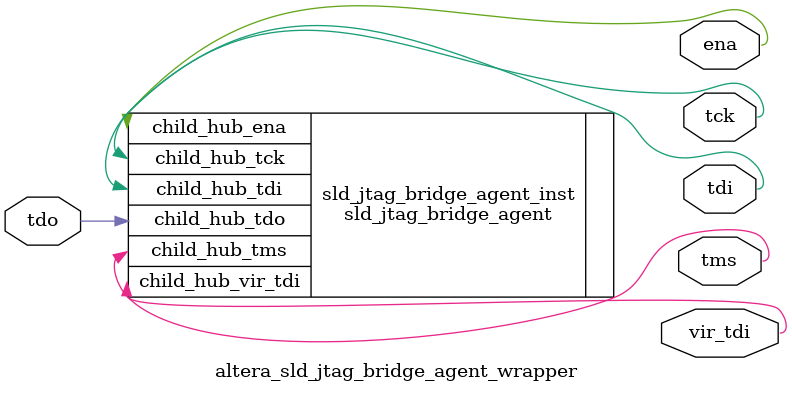
<source format=v>


module altera_sld_jtag_bridge_agent_wrapper
#(
    parameter INSTANCE_INDEX = -1,
    parameter PREFER_HOST = " "
)
(
    output  tck,
    output  tms,
    output  tdi,
    output  vir_tdi,
    output  ena,
    input   tdo
);

    sld_jtag_bridge_agent #(
        .INSTANCE_INDEX(INSTANCE_INDEX),
        .PREFER_HOST(PREFER_HOST)
    ) sld_jtag_bridge_agent_inst
    (
        .child_hub_tck(tck),
        .child_hub_tms(tms),
        .child_hub_tdi(tdi),
        .child_hub_vir_tdi(vir_tdi),
        .child_hub_ena(ena),
        .child_hub_tdo(tdo)
    );
    
endmodule // altera_sld_jtag_bridge_agent_wrapper

</source>
